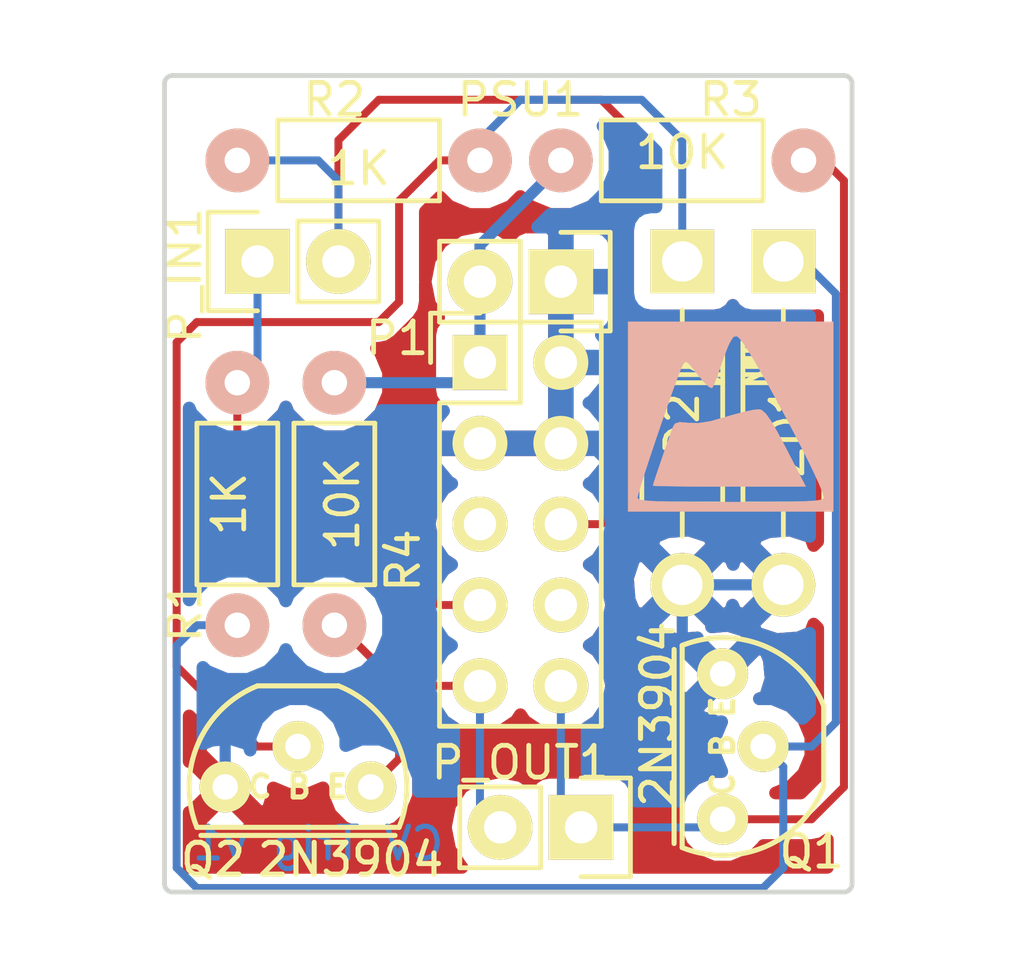
<source format=kicad_pcb>
(kicad_pcb (version 4) (host pcbnew 4.0.2-stable)

  (general
    (links 24)
    (no_connects 0)
    (area 152.578999 84.252999 174.319001 110.057001)
    (thickness 1.6)
    (drawings 9)
    (tracks 84)
    (zones 0)
    (modules 13)
    (nets 11)
  )

  (page A4)
  (title_block
    (title CVTriggerX2)
    (date 19/8/2017)
    (rev 1)
    (company "ALPES MACHINES")
    (comment 1 "designed by Julien Voirin")
  )

  (layers
    (0 F.Cu signal)
    (31 B.Cu signal)
    (32 B.Adhes user)
    (33 F.Adhes user)
    (34 B.Paste user)
    (35 F.Paste user)
    (36 B.SilkS user)
    (37 F.SilkS user)
    (38 B.Mask user)
    (39 F.Mask user)
    (40 Dwgs.User user)
    (41 Cmts.User user)
    (42 Eco1.User user)
    (43 Eco2.User user)
    (44 Edge.Cuts user)
    (45 Margin user)
    (46 B.CrtYd user)
    (47 F.CrtYd user)
    (48 B.Fab user)
    (49 F.Fab user)
  )

  (setup
    (last_trace_width 0.25)
    (trace_clearance 0.2)
    (zone_clearance 0.5)
    (zone_45_only no)
    (trace_min 0.2)
    (segment_width 0.2)
    (edge_width 0.15)
    (via_size 0.6)
    (via_drill 0.4)
    (via_min_size 0.4)
    (via_min_drill 0.3)
    (uvia_size 0.3)
    (uvia_drill 0.1)
    (uvias_allowed no)
    (uvia_min_size 0.2)
    (uvia_min_drill 0.1)
    (pcb_text_width 0.3)
    (pcb_text_size 1.5 1.5)
    (mod_edge_width 0.15)
    (mod_text_size 1 1)
    (mod_text_width 0.15)
    (pad_size 1.99898 1.99898)
    (pad_drill 1.27)
    (pad_to_mask_clearance 0.2)
    (aux_axis_origin 0 0)
    (visible_elements FFFFFF7F)
    (pcbplotparams
      (layerselection 0x010f0_80000001)
      (usegerberextensions false)
      (excludeedgelayer true)
      (linewidth 0.152000)
      (plotframeref true)
      (viasonmask false)
      (mode 1)
      (useauxorigin false)
      (hpglpennumber 1)
      (hpglpenspeed 20)
      (hpglpendiameter 15)
      (hpglpenoverlay 2)
      (psnegative false)
      (psa4output false)
      (plotreference true)
      (plotvalue true)
      (plotinvisibletext false)
      (padsonsilk false)
      (subtractmaskfromsilk false)
      (outputformat 1)
      (mirror false)
      (drillshape 0)
      (scaleselection 1)
      (outputdirectory CVTrigger_Gerber/))
  )

  (net 0 "")
  (net 1 +5V)
  (net 2 GND)
  (net 3 "Net-(P1-Pad5)")
  (net 4 IN_2)
  (net 5 IN_1)
  (net 6 "Net-(P1-Pad8)")
  (net 7 OUT_2)
  (net 8 OUT_1)
  (net 9 "Net-(Q1-Pad2)")
  (net 10 "Net-(Q2-Pad2)")

  (net_class Default "Ceci est la Netclass par défaut"
    (clearance 0.2)
    (trace_width 0.25)
    (via_dia 0.6)
    (via_drill 0.4)
    (uvia_dia 0.3)
    (uvia_drill 0.1)
    (add_net IN_1)
    (add_net IN_2)
    (add_net "Net-(P1-Pad5)")
    (add_net "Net-(P1-Pad8)")
    (add_net "Net-(Q1-Pad2)")
    (add_net "Net-(Q2-Pad2)")
    (add_net OUT_1)
    (add_net OUT_2)
  )

  (net_class PSU ""
    (clearance 0.3)
    (trace_width 0.35)
    (via_dia 0.6)
    (via_drill 0.4)
    (uvia_dia 0.3)
    (uvia_drill 0.1)
    (add_net +5V)
    (add_net GND)
  )

  (module Pin_Headers:Pin_Header_Straight_2x05 placed (layer F.Cu) (tedit 5998493C) (tstamp 59983954)
    (at 162.56 93.345)
    (descr "Through hole pin header")
    (tags "pin header")
    (path /59983699)
    (fp_text reference P1 (at -2.6035 -0.762) (layer F.SilkS)
      (effects (font (size 1 1) (thickness 0.15)))
    )
    (fp_text value CONN_02X05 (at 1.27 -10.541) (layer F.Fab)
      (effects (font (size 1 1) (thickness 0.15)))
    )
    (fp_line (start -1.75 -1.75) (end -1.75 11.95) (layer F.CrtYd) (width 0.05))
    (fp_line (start 4.3 -1.75) (end 4.3 11.95) (layer F.CrtYd) (width 0.05))
    (fp_line (start -1.75 -1.75) (end 4.3 -1.75) (layer F.CrtYd) (width 0.05))
    (fp_line (start -1.75 11.95) (end 4.3 11.95) (layer F.CrtYd) (width 0.05))
    (fp_line (start 3.81 -1.27) (end 3.81 11.43) (layer F.SilkS) (width 0.15))
    (fp_line (start 3.81 11.43) (end -1.27 11.43) (layer F.SilkS) (width 0.15))
    (fp_line (start -1.27 11.43) (end -1.27 1.27) (layer F.SilkS) (width 0.15))
    (fp_line (start 3.81 -1.27) (end 1.27 -1.27) (layer F.SilkS) (width 0.15))
    (fp_line (start 0 -1.55) (end -1.55 -1.55) (layer F.SilkS) (width 0.15))
    (fp_line (start 1.27 -1.27) (end 1.27 1.27) (layer F.SilkS) (width 0.15))
    (fp_line (start 1.27 1.27) (end -1.27 1.27) (layer F.SilkS) (width 0.15))
    (fp_line (start -1.55 -1.55) (end -1.55 0) (layer F.SilkS) (width 0.15))
    (pad 1 thru_hole rect (at 0 0) (size 1.7272 1.7272) (drill 1.016) (layers *.Cu *.Mask F.SilkS)
      (net 1 +5V))
    (pad 2 thru_hole oval (at 2.54 0) (size 1.7272 1.7272) (drill 1.016) (layers *.Cu *.Mask F.SilkS)
      (net 2 GND))
    (pad 3 thru_hole oval (at 0 2.54) (size 1.7272 1.7272) (drill 1.016) (layers *.Cu *.Mask F.SilkS)
      (net 2 GND))
    (pad 4 thru_hole oval (at 2.54 2.54) (size 1.7272 1.7272) (drill 1.016) (layers *.Cu *.Mask F.SilkS)
      (net 2 GND))
    (pad 5 thru_hole oval (at 0 5.08) (size 1.7272 1.7272) (drill 1.016) (layers *.Cu *.Mask F.SilkS)
      (net 3 "Net-(P1-Pad5)"))
    (pad 6 thru_hole oval (at 2.54 5.08) (size 1.7272 1.7272) (drill 1.016) (layers *.Cu *.Mask F.SilkS)
      (net 4 IN_2))
    (pad 7 thru_hole oval (at 0 7.62) (size 1.7272 1.7272) (drill 1.016) (layers *.Cu *.Mask F.SilkS)
      (net 5 IN_1))
    (pad 8 thru_hole oval (at 2.54 7.62) (size 1.7272 1.7272) (drill 1.016) (layers *.Cu *.Mask F.SilkS)
      (net 6 "Net-(P1-Pad8)"))
    (pad 9 thru_hole oval (at 0 10.16) (size 1.7272 1.7272) (drill 1.016) (layers *.Cu *.Mask F.SilkS)
      (net 7 OUT_2))
    (pad 10 thru_hole oval (at 2.54 10.16) (size 1.7272 1.7272) (drill 1.016) (layers *.Cu *.Mask F.SilkS)
      (net 8 OUT_1))
    (model Pin_Headers.3dshapes/Pin_Header_Straight_2x05.wrl
      (at (xyz 0.05 -0.2 0))
      (scale (xyz 1 1 1))
      (rotate (xyz 0 0 90))
    )
  )

  (module Pin_Headers:Pin_Header_Straight_1x02 placed (layer F.Cu) (tedit 5998441C) (tstamp 5998395A)
    (at 165.1 90.805 270)
    (descr "Through hole pin header")
    (tags "pin header")
    (path /59983C89)
    (fp_text reference PSU1 (at -5.715 1.27 360) (layer F.SilkS)
      (effects (font (size 1 1) (thickness 0.15)))
    )
    (fp_text value CONN_01X02 (at 0.254 -13.716 270) (layer F.Fab)
      (effects (font (size 1 1) (thickness 0.15)))
    )
    (fp_line (start 1.27 1.27) (end 1.27 3.81) (layer F.SilkS) (width 0.15))
    (fp_line (start 1.55 -1.55) (end 1.55 0) (layer F.SilkS) (width 0.15))
    (fp_line (start -1.75 -1.75) (end -1.75 4.3) (layer F.CrtYd) (width 0.05))
    (fp_line (start 1.75 -1.75) (end 1.75 4.3) (layer F.CrtYd) (width 0.05))
    (fp_line (start -1.75 -1.75) (end 1.75 -1.75) (layer F.CrtYd) (width 0.05))
    (fp_line (start -1.75 4.3) (end 1.75 4.3) (layer F.CrtYd) (width 0.05))
    (fp_line (start 1.27 1.27) (end -1.27 1.27) (layer F.SilkS) (width 0.15))
    (fp_line (start -1.55 0) (end -1.55 -1.55) (layer F.SilkS) (width 0.15))
    (fp_line (start -1.55 -1.55) (end 1.55 -1.55) (layer F.SilkS) (width 0.15))
    (fp_line (start -1.27 1.27) (end -1.27 3.81) (layer F.SilkS) (width 0.15))
    (fp_line (start -1.27 3.81) (end 1.27 3.81) (layer F.SilkS) (width 0.15))
    (pad 1 thru_hole rect (at 0 0 270) (size 2.032 2.032) (drill 1.016) (layers *.Cu *.Mask F.SilkS)
      (net 2 GND))
    (pad 2 thru_hole oval (at 0 2.54 270) (size 2.032 2.032) (drill 1.016) (layers *.Cu *.Mask F.SilkS)
      (net 1 +5V))
    (model Pin_Headers.3dshapes/Pin_Header_Straight_1x02.wrl
      (at (xyz 0 -0.05 0))
      (scale (xyz 1 1 1))
      (rotate (xyz 0 0 90))
    )
  )

  (module Pin_Headers:Pin_Header_Straight_1x02 placed (layer F.Cu) (tedit 5998492E) (tstamp 59983960)
    (at 155.575 90.17 90)
    (descr "Through hole pin header")
    (tags "pin header")
    (path /59983343)
    (fp_text reference P_IN1 (at -0.4445 -2.286 90) (layer F.SilkS)
      (effects (font (size 1 1) (thickness 0.15)))
    )
    (fp_text value CONN_01X02 (at 0 -7.239 90) (layer F.Fab)
      (effects (font (size 1 1) (thickness 0.15)))
    )
    (fp_line (start 1.27 1.27) (end 1.27 3.81) (layer F.SilkS) (width 0.15))
    (fp_line (start 1.55 -1.55) (end 1.55 0) (layer F.SilkS) (width 0.15))
    (fp_line (start -1.75 -1.75) (end -1.75 4.3) (layer F.CrtYd) (width 0.05))
    (fp_line (start 1.75 -1.75) (end 1.75 4.3) (layer F.CrtYd) (width 0.05))
    (fp_line (start -1.75 -1.75) (end 1.75 -1.75) (layer F.CrtYd) (width 0.05))
    (fp_line (start -1.75 4.3) (end 1.75 4.3) (layer F.CrtYd) (width 0.05))
    (fp_line (start 1.27 1.27) (end -1.27 1.27) (layer F.SilkS) (width 0.15))
    (fp_line (start -1.55 0) (end -1.55 -1.55) (layer F.SilkS) (width 0.15))
    (fp_line (start -1.55 -1.55) (end 1.55 -1.55) (layer F.SilkS) (width 0.15))
    (fp_line (start -1.27 1.27) (end -1.27 3.81) (layer F.SilkS) (width 0.15))
    (fp_line (start -1.27 3.81) (end 1.27 3.81) (layer F.SilkS) (width 0.15))
    (pad 1 thru_hole rect (at 0 0 90) (size 2.032 2.032) (drill 1.016) (layers *.Cu *.Mask F.SilkS)
      (net 5 IN_1))
    (pad 2 thru_hole oval (at 0 2.54 90) (size 2.032 2.032) (drill 1.016) (layers *.Cu *.Mask F.SilkS)
      (net 4 IN_2))
    (model Pin_Headers.3dshapes/Pin_Header_Straight_1x02.wrl
      (at (xyz 0 -0.05 0))
      (scale (xyz 1 1 1))
      (rotate (xyz 0 0 90))
    )
  )

  (module Pin_Headers:Pin_Header_Straight_1x02 placed (layer F.Cu) (tedit 59984018) (tstamp 59983966)
    (at 165.735 107.95 270)
    (descr "Through hole pin header")
    (tags "pin header")
    (path /59983370)
    (fp_text reference P_OUT1 (at -2.032 1.905 360) (layer F.SilkS)
      (effects (font (size 1 1) (thickness 0.15)))
    )
    (fp_text value CONN_01X02 (at 3.81 1.651 360) (layer F.Fab)
      (effects (font (size 1 1) (thickness 0.15)))
    )
    (fp_line (start 1.27 1.27) (end 1.27 3.81) (layer F.SilkS) (width 0.15))
    (fp_line (start 1.55 -1.55) (end 1.55 0) (layer F.SilkS) (width 0.15))
    (fp_line (start -1.75 -1.75) (end -1.75 4.3) (layer F.CrtYd) (width 0.05))
    (fp_line (start 1.75 -1.75) (end 1.75 4.3) (layer F.CrtYd) (width 0.05))
    (fp_line (start -1.75 -1.75) (end 1.75 -1.75) (layer F.CrtYd) (width 0.05))
    (fp_line (start -1.75 4.3) (end 1.75 4.3) (layer F.CrtYd) (width 0.05))
    (fp_line (start 1.27 1.27) (end -1.27 1.27) (layer F.SilkS) (width 0.15))
    (fp_line (start -1.55 0) (end -1.55 -1.55) (layer F.SilkS) (width 0.15))
    (fp_line (start -1.55 -1.55) (end 1.55 -1.55) (layer F.SilkS) (width 0.15))
    (fp_line (start -1.27 1.27) (end -1.27 3.81) (layer F.SilkS) (width 0.15))
    (fp_line (start -1.27 3.81) (end 1.27 3.81) (layer F.SilkS) (width 0.15))
    (pad 1 thru_hole rect (at 0 0 270) (size 2.032 2.032) (drill 1.016) (layers *.Cu *.Mask F.SilkS)
      (net 8 OUT_1))
    (pad 2 thru_hole oval (at 0 2.54 270) (size 2.032 2.032) (drill 1.016) (layers *.Cu *.Mask F.SilkS)
      (net 7 OUT_2))
    (model Pin_Headers.3dshapes/Pin_Header_Straight_1x02.wrl
      (at (xyz 0 -0.05 0))
      (scale (xyz 1 1 1))
      (rotate (xyz 0 0 90))
    )
  )

  (module Alpes_Machines:Transistor_NPN placed (layer F.Cu) (tedit 5998442A) (tstamp 5998396D)
    (at 168.91 105.41 90)
    (path /59983462)
    (fp_text reference Q1 (at -3.302 4.064 180) (layer F.SilkS)
      (effects (font (size 1 1) (thickness 0.16)))
    )
    (fp_text value 2N3904 (at 1.016 -0.762 90) (layer F.SilkS)
      (effects (font (size 1 1) (thickness 0.16)))
    )
    (fp_line (start -3.048 -0.254) (end 3.048 -0.254) (layer F.SilkS) (width 0.16))
    (fp_text user "C B E" (at 0 1.27 90) (layer F.SilkS)
      (effects (font (size 0.7 0.7) (thickness 0.16)))
    )
    (fp_line (start -1.27 4.445) (end 1.27 4.445) (layer F.SilkS) (width 0.16))
    (fp_line (start -3.175 0) (end 3.175 0) (layer F.SilkS) (width 0.16))
    (fp_arc (start 0 1.27) (end 3.175 0) (angle 90) (layer F.SilkS) (width 0.16))
    (fp_arc (start 0 1.27) (end -1.27 4.445) (angle 90) (layer F.SilkS) (width 0.16))
    (pad 1 thru_hole circle (at -2.286 1.27 90) (size 1.6 1.6) (drill 0.8) (layers *.Cu *.Mask F.SilkS)
      (net 8 OUT_1))
    (pad 2 thru_hole circle (at 0 2.54 90) (size 1.6 1.6) (drill 0.8) (layers *.Cu *.Mask F.SilkS)
      (net 9 "Net-(Q1-Pad2)"))
    (pad 3 thru_hole circle (at 2.286 1.27 90) (size 1.6 1.6) (drill 0.8) (layers *.Cu *.Mask F.SilkS)
      (net 2 GND))
  )

  (module Alpes_Machines:Transistor_NPN placed (layer F.Cu) (tedit 599840EB) (tstamp 59983974)
    (at 156.845 107.95 180)
    (path /599834B8)
    (fp_text reference Q2 (at 2.667 -1.016 180) (layer F.SilkS)
      (effects (font (size 1 1) (thickness 0.16)))
    )
    (fp_text value 2N3904 (at -1.651 -1.016 180) (layer F.SilkS)
      (effects (font (size 1 1) (thickness 0.16)))
    )
    (fp_line (start -3.048 -0.254) (end 3.048 -0.254) (layer F.SilkS) (width 0.16))
    (fp_text user "C B E" (at 0 1.27 180) (layer F.SilkS)
      (effects (font (size 0.7 0.7) (thickness 0.16)))
    )
    (fp_line (start -1.27 4.445) (end 1.27 4.445) (layer F.SilkS) (width 0.16))
    (fp_line (start -3.175 0) (end 3.175 0) (layer F.SilkS) (width 0.16))
    (fp_arc (start 0 1.27) (end 3.175 0) (angle 90) (layer F.SilkS) (width 0.16))
    (fp_arc (start 0 1.27) (end -1.27 4.445) (angle 90) (layer F.SilkS) (width 0.16))
    (pad 1 thru_hole circle (at -2.286 1.27 180) (size 1.6 1.6) (drill 0.8) (layers *.Cu *.Mask F.SilkS)
      (net 7 OUT_2))
    (pad 2 thru_hole circle (at 0 2.54 180) (size 1.6 1.6) (drill 0.8) (layers *.Cu *.Mask F.SilkS)
      (net 10 "Net-(Q2-Pad2)"))
    (pad 3 thru_hole circle (at 2.286 1.27 180) (size 1.6 1.6) (drill 0.8) (layers *.Cu *.Mask F.SilkS)
      (net 2 GND))
  )

  (module Alpes_Machines:Resistor_Horizontal_RM7mm placed (layer F.Cu) (tedit 5998491A) (tstamp 5998397A)
    (at 154.94 101.6 90)
    (descr "Resistor, Axial,  RM 7.62mm, 1/3W,")
    (tags "Resistor Axial RM 7.62mm 1/3W R3")
    (path /599833AB)
    (fp_text reference R1 (at 0.4445 -1.651 90) (layer F.SilkS)
      (effects (font (size 1 1) (thickness 0.15)))
    )
    (fp_text value 1K (at 3.81 -0.254 90) (layer F.SilkS)
      (effects (font (size 1 1) (thickness 0.15)))
    )
    (fp_line (start -1.25 -1.5) (end 8.85 -1.5) (layer F.CrtYd) (width 0.05))
    (fp_line (start -1.25 1.5) (end -1.25 -1.5) (layer F.CrtYd) (width 0.05))
    (fp_line (start 8.85 -1.5) (end 8.85 1.5) (layer F.CrtYd) (width 0.05))
    (fp_line (start -1.25 1.5) (end 8.85 1.5) (layer F.CrtYd) (width 0.05))
    (fp_line (start 1.27 -1.27) (end 6.35 -1.27) (layer F.SilkS) (width 0.15))
    (fp_line (start 6.35 -1.27) (end 6.35 1.27) (layer F.SilkS) (width 0.15))
    (fp_line (start 6.35 1.27) (end 1.27 1.27) (layer F.SilkS) (width 0.15))
    (fp_line (start 1.27 1.27) (end 1.27 -1.27) (layer F.SilkS) (width 0.15))
    (pad 1 thru_hole circle (at 0 0 90) (size 1.99898 1.99898) (drill 0.8) (layers *.Cu *.SilkS *.Mask)
      (net 9 "Net-(Q1-Pad2)"))
    (pad 2 thru_hole circle (at 7.62 0 90) (size 1.99898 1.99898) (drill 0.8) (layers *.Cu *.SilkS *.Mask)
      (net 5 IN_1))
  )

  (module Alpes_Machines:Resistor_Horizontal_RM7mm placed (layer F.Cu) (tedit 599840CE) (tstamp 59983980)
    (at 162.56 86.995 180)
    (descr "Resistor, Axial,  RM 7.62mm, 1/3W,")
    (tags "Resistor Axial RM 7.62mm 1/3W R3")
    (path /5998343A)
    (fp_text reference R2 (at 4.572 1.905 180) (layer F.SilkS)
      (effects (font (size 1 1) (thickness 0.15)))
    )
    (fp_text value 1K (at 3.81 -0.254 180) (layer F.SilkS)
      (effects (font (size 1 1) (thickness 0.15)))
    )
    (fp_line (start -1.25 -1.5) (end 8.85 -1.5) (layer F.CrtYd) (width 0.05))
    (fp_line (start -1.25 1.5) (end -1.25 -1.5) (layer F.CrtYd) (width 0.05))
    (fp_line (start 8.85 -1.5) (end 8.85 1.5) (layer F.CrtYd) (width 0.05))
    (fp_line (start -1.25 1.5) (end 8.85 1.5) (layer F.CrtYd) (width 0.05))
    (fp_line (start 1.27 -1.27) (end 6.35 -1.27) (layer F.SilkS) (width 0.15))
    (fp_line (start 6.35 -1.27) (end 6.35 1.27) (layer F.SilkS) (width 0.15))
    (fp_line (start 6.35 1.27) (end 1.27 1.27) (layer F.SilkS) (width 0.15))
    (fp_line (start 1.27 1.27) (end 1.27 -1.27) (layer F.SilkS) (width 0.15))
    (pad 1 thru_hole circle (at 0 0 180) (size 1.99898 1.99898) (drill 0.8) (layers *.Cu *.SilkS *.Mask)
      (net 10 "Net-(Q2-Pad2)"))
    (pad 2 thru_hole circle (at 7.62 0 180) (size 1.99898 1.99898) (drill 0.8) (layers *.Cu *.SilkS *.Mask)
      (net 4 IN_2))
  )

  (module Alpes_Machines:Resistor_Horizontal_RM7mm placed (layer F.Cu) (tedit 599840D1) (tstamp 59983986)
    (at 165.1 86.995)
    (descr "Resistor, Axial,  RM 7.62mm, 1/3W,")
    (tags "Resistor Axial RM 7.62mm 1/3W R3")
    (path /599833D9)
    (fp_text reference R3 (at 5.334 -1.905) (layer F.SilkS)
      (effects (font (size 1 1) (thickness 0.15)))
    )
    (fp_text value 10K (at 3.81 -0.254) (layer F.SilkS)
      (effects (font (size 1 1) (thickness 0.15)))
    )
    (fp_line (start -1.25 -1.5) (end 8.85 -1.5) (layer F.CrtYd) (width 0.05))
    (fp_line (start -1.25 1.5) (end -1.25 -1.5) (layer F.CrtYd) (width 0.05))
    (fp_line (start 8.85 -1.5) (end 8.85 1.5) (layer F.CrtYd) (width 0.05))
    (fp_line (start -1.25 1.5) (end 8.85 1.5) (layer F.CrtYd) (width 0.05))
    (fp_line (start 1.27 -1.27) (end 6.35 -1.27) (layer F.SilkS) (width 0.15))
    (fp_line (start 6.35 -1.27) (end 6.35 1.27) (layer F.SilkS) (width 0.15))
    (fp_line (start 6.35 1.27) (end 1.27 1.27) (layer F.SilkS) (width 0.15))
    (fp_line (start 1.27 1.27) (end 1.27 -1.27) (layer F.SilkS) (width 0.15))
    (pad 1 thru_hole circle (at 0 0) (size 1.99898 1.99898) (drill 0.8) (layers *.Cu *.SilkS *.Mask)
      (net 1 +5V))
    (pad 2 thru_hole circle (at 7.62 0) (size 1.99898 1.99898) (drill 0.8) (layers *.Cu *.SilkS *.Mask)
      (net 8 OUT_1))
  )

  (module Alpes_Machines:Resistor_Horizontal_RM7mm placed (layer F.Cu) (tedit 599840C3) (tstamp 5998398C)
    (at 157.988 93.98 270)
    (descr "Resistor, Axial,  RM 7.62mm, 1/3W,")
    (tags "Resistor Axial RM 7.62mm 1/3W R3")
    (path /59983403)
    (fp_text reference R4 (at 5.588 -2.159 270) (layer F.SilkS)
      (effects (font (size 1 1) (thickness 0.15)))
    )
    (fp_text value 10K (at 3.81 -0.254 270) (layer F.SilkS)
      (effects (font (size 1 1) (thickness 0.15)))
    )
    (fp_line (start -1.25 -1.5) (end 8.85 -1.5) (layer F.CrtYd) (width 0.05))
    (fp_line (start -1.25 1.5) (end -1.25 -1.5) (layer F.CrtYd) (width 0.05))
    (fp_line (start 8.85 -1.5) (end 8.85 1.5) (layer F.CrtYd) (width 0.05))
    (fp_line (start -1.25 1.5) (end 8.85 1.5) (layer F.CrtYd) (width 0.05))
    (fp_line (start 1.27 -1.27) (end 6.35 -1.27) (layer F.SilkS) (width 0.15))
    (fp_line (start 6.35 -1.27) (end 6.35 1.27) (layer F.SilkS) (width 0.15))
    (fp_line (start 6.35 1.27) (end 1.27 1.27) (layer F.SilkS) (width 0.15))
    (fp_line (start 1.27 1.27) (end 1.27 -1.27) (layer F.SilkS) (width 0.15))
    (pad 1 thru_hole circle (at 0 0 270) (size 1.99898 1.99898) (drill 0.8) (layers *.Cu *.SilkS *.Mask)
      (net 1 +5V))
    (pad 2 thru_hole circle (at 7.62 0 270) (size 1.99898 1.99898) (drill 0.8) (layers *.Cu *.SilkS *.Mask)
      (net 7 OUT_2))
  )

  (module Diodes_ThroughHole:Diode_DO-41_SOD81_Horizontal_RM10 placed (layer F.Cu) (tedit 59984A03) (tstamp 59983992)
    (at 172.085 90.17 270)
    (descr "Diode, DO-41, SOD81, Horizontal, RM 10mm,")
    (tags "Diode, DO-41, SOD81, Horizontal, RM 10mm, 1N4007, SB140,")
    (path /599834E4)
    (fp_text reference ZD1 (at 5.334 -0.127 270) (layer F.SilkS)
      (effects (font (size 1 1) (thickness 0.15)))
    )
    (fp_text value "ZENER 5.1V" (at 4.37134 -3.55854 270) (layer F.Fab)
      (effects (font (size 1 1) (thickness 0.15)))
    )
    (fp_line (start 7.62 -0.00254) (end 8.636 -0.00254) (layer F.SilkS) (width 0.15))
    (fp_line (start 2.794 -0.00254) (end 1.524 -0.00254) (layer F.SilkS) (width 0.15))
    (fp_line (start 3.048 -1.27254) (end 3.048 1.26746) (layer F.SilkS) (width 0.15))
    (fp_line (start 3.302 -1.27254) (end 3.302 1.26746) (layer F.SilkS) (width 0.15))
    (fp_line (start 3.556 -1.27254) (end 3.556 1.26746) (layer F.SilkS) (width 0.15))
    (fp_line (start 2.794 -1.27254) (end 2.794 1.26746) (layer F.SilkS) (width 0.15))
    (fp_line (start 3.81 -1.27254) (end 2.54 1.26746) (layer F.SilkS) (width 0.15))
    (fp_line (start 2.54 -1.27254) (end 3.81 1.26746) (layer F.SilkS) (width 0.15))
    (fp_line (start 3.81 -1.27254) (end 3.81 1.26746) (layer F.SilkS) (width 0.15))
    (fp_line (start 3.175 -1.27254) (end 3.175 1.26746) (layer F.SilkS) (width 0.15))
    (fp_line (start 2.54 1.26746) (end 2.54 -1.27254) (layer F.SilkS) (width 0.15))
    (fp_line (start 2.54 -1.27254) (end 7.62 -1.27254) (layer F.SilkS) (width 0.15))
    (fp_line (start 7.62 -1.27254) (end 7.62 1.26746) (layer F.SilkS) (width 0.15))
    (fp_line (start 7.62 1.26746) (end 2.54 1.26746) (layer F.SilkS) (width 0.15))
    (pad 2 thru_hole circle (at 10.16 -0.00254 90) (size 1.99898 1.99898) (drill 1.27) (layers *.Cu *.Mask F.SilkS)
      (net 2 GND))
    (pad 1 thru_hole rect (at 0 -0.00254 90) (size 1.99898 1.99898) (drill 1.27) (layers *.Cu *.Mask F.SilkS)
      (net 9 "Net-(Q1-Pad2)"))
  )

  (module Diodes_ThroughHole:Diode_DO-41_SOD81_Horizontal_RM10 placed (layer F.Cu) (tedit 599849FC) (tstamp 59983998)
    (at 168.91 90.17 270)
    (descr "Diode, DO-41, SOD81, Horizontal, RM 10mm,")
    (tags "Diode, DO-41, SOD81, Horizontal, RM 10mm, 1N4007, SB140,")
    (path /59983525)
    (fp_text reference ZD2 (at 5.588 0 270) (layer F.SilkS)
      (effects (font (size 1 1) (thickness 0.15)))
    )
    (fp_text value "ZENER 5.1V" (at 4.572 -8.128 270) (layer F.Fab)
      (effects (font (size 1 1) (thickness 0.15)))
    )
    (fp_line (start 7.62 -0.00254) (end 8.636 -0.00254) (layer F.SilkS) (width 0.15))
    (fp_line (start 2.794 -0.00254) (end 1.524 -0.00254) (layer F.SilkS) (width 0.15))
    (fp_line (start 3.048 -1.27254) (end 3.048 1.26746) (layer F.SilkS) (width 0.15))
    (fp_line (start 3.302 -1.27254) (end 3.302 1.26746) (layer F.SilkS) (width 0.15))
    (fp_line (start 3.556 -1.27254) (end 3.556 1.26746) (layer F.SilkS) (width 0.15))
    (fp_line (start 2.794 -1.27254) (end 2.794 1.26746) (layer F.SilkS) (width 0.15))
    (fp_line (start 3.81 -1.27254) (end 2.54 1.26746) (layer F.SilkS) (width 0.15))
    (fp_line (start 2.54 -1.27254) (end 3.81 1.26746) (layer F.SilkS) (width 0.15))
    (fp_line (start 3.81 -1.27254) (end 3.81 1.26746) (layer F.SilkS) (width 0.15))
    (fp_line (start 3.175 -1.27254) (end 3.175 1.26746) (layer F.SilkS) (width 0.15))
    (fp_line (start 2.54 1.26746) (end 2.54 -1.27254) (layer F.SilkS) (width 0.15))
    (fp_line (start 2.54 -1.27254) (end 7.62 -1.27254) (layer F.SilkS) (width 0.15))
    (fp_line (start 7.62 -1.27254) (end 7.62 1.26746) (layer F.SilkS) (width 0.15))
    (fp_line (start 7.62 1.26746) (end 2.54 1.26746) (layer F.SilkS) (width 0.15))
    (pad 2 thru_hole circle (at 10.16 -0.00254 90) (size 1.99898 1.99898) (drill 1.27) (layers *.Cu *.Mask F.SilkS)
      (net 2 GND))
    (pad 1 thru_hole rect (at 0 -0.00254 90) (size 1.99898 1.99898) (drill 1.27) (layers *.Cu *.Mask F.SilkS)
      (net 10 "Net-(Q2-Pad2)"))
  )

  (module Alpes_Machines:LOGO_AM_Micro (layer B.Cu) (tedit 573D3D84) (tstamp 599847C1)
    (at 170.434 94.996 180)
    (fp_text reference " " (at 0 -4.445 180) (layer B.SilkS) hide
      (effects (font (thickness 0.3)) (justify mirror))
    )
    (fp_text value " " (at 0 4.445 180) (layer B.SilkS) hide
      (effects (font (thickness 0.3)) (justify mirror))
    )
    (fp_poly (pts (xy 3.223846 -3.028461) (xy -3.223846 -3.028461) (xy -3.223846 -2.599708) (xy -2.930769 -2.599708)
      (xy -2.902709 -2.639149) (xy -2.805959 -2.670418) (xy -2.62167 -2.694388) (xy -2.330989 -2.711932)
      (xy -1.915065 -2.723922) (xy -1.355047 -2.731231) (xy -0.632084 -2.734732) (xy 0 -2.735385)
      (xy 0.851857 -2.734088) (xy 1.527207 -2.729617) (xy 2.044911 -2.721098) (xy 2.423832 -2.707655)
      (xy 2.682834 -2.688416) (xy 2.84078 -2.662506) (xy 2.916532 -2.629051) (xy 2.930769 -2.599596)
      (xy 2.899946 -2.466328) (xy 2.815122 -2.182757) (xy 2.687767 -1.782669) (xy 2.529349 -1.299851)
      (xy 2.351338 -0.768087) (xy 2.165202 -0.221166) (xy 1.982412 0.307128) (xy 1.814434 0.783008)
      (xy 1.67274 1.172688) (xy 1.568797 1.442381) (xy 1.525576 1.539912) (xy 1.457144 1.651792)
      (xy 1.387081 1.671505) (xy 1.280196 1.579516) (xy 1.1013 1.356291) (xy 1.032388 1.266135)
      (xy 0.82897 1.023813) (xy 0.666418 0.874478) (xy 0.583747 0.849685) (xy 0.516882 0.979997)
      (xy 0.418729 1.234512) (xy 0.340696 1.465385) (xy 0.218626 1.818759) (xy 0.093088 2.138596)
      (xy 0.029527 2.278259) (xy -0.082971 2.458198) (xy -0.183653 2.480455) (xy -0.257829 2.431022)
      (xy -0.383895 2.277526) (xy -0.578173 1.980332) (xy -0.825471 1.568031) (xy -1.1106 1.069214)
      (xy -1.418367 0.512472) (xy -1.733582 -0.073603) (xy -2.041055 -0.660422) (xy -2.325593 -1.219394)
      (xy -2.572006 -1.721926) (xy -2.765103 -2.139429) (xy -2.889693 -2.443312) (xy -2.930769 -2.599708)
      (xy -3.223846 -2.599708) (xy -3.223846 2.930769) (xy 3.223846 2.930769) (xy 3.223846 -3.028461)) (layer B.SilkS) (width 0.01))
    (fp_poly (pts (xy -0.720917 0.16229) (xy -0.405501 0.096542) (xy -0.020799 -0.007489) (xy 0.116422 -0.049597)
      (xy 0.627724 -0.193424) (xy 1.01507 -0.256595) (xy 1.328552 -0.247245) (xy 1.331214 -0.246852)
      (xy 1.601629 -0.223404) (xy 1.743933 -0.267939) (xy 1.80569 -0.362168) (xy 1.867969 -0.528645)
      (xy 1.967742 -0.809215) (xy 2.088236 -1.155022) (xy 2.212676 -1.51721) (xy 2.324289 -1.846922)
      (xy 2.406301 -2.095303) (xy 2.441939 -2.213497) (xy 2.442308 -2.216403) (xy 2.349014 -2.224816)
      (xy 2.086729 -2.232342) (xy 1.681844 -2.238644) (xy 1.160752 -2.243386) (xy 0.549844 -2.246233)
      (xy 0.043103 -2.246923) (xy -2.356102 -2.246923) (xy -1.739782 -1.050192) (xy -1.469327 -0.538723)
      (xy -1.26255 -0.183042) (xy -1.103986 0.039701) (xy -0.978174 0.152357) (xy -0.909347 0.17701)
      (xy -0.720917 0.16229)) (layer B.SilkS) (width 0.01))
  )

  (gr_text "CV Trig v1" (at 157.48 108.458) (layer B.Cu)
    (effects (font (size 1 1) (thickness 0.16)) (justify mirror))
  )
  (gr_line (start 174.244 84.582) (end 174.244 109.728) (angle 90) (layer Edge.Cuts) (width 0.15))
  (gr_line (start 152.908 84.328) (end 173.99 84.328) (angle 90) (layer Edge.Cuts) (width 0.15))
  (gr_line (start 152.654 109.728) (end 152.654 84.582) (angle 90) (layer Edge.Cuts) (width 0.15))
  (gr_line (start 173.99 109.982) (end 152.908 109.982) (angle 90) (layer Edge.Cuts) (width 0.15))
  (gr_arc (start 173.99 109.728) (end 174.244 109.728) (angle 90) (layer Edge.Cuts) (width 0.15))
  (gr_arc (start 173.99 84.582) (end 173.99 84.328) (angle 90) (layer Edge.Cuts) (width 0.15))
  (gr_arc (start 152.908 84.582) (end 152.654 84.582) (angle 90) (layer Edge.Cuts) (width 0.15))
  (gr_arc (start 152.908 109.728) (end 152.908 109.982) (angle 90) (layer Edge.Cuts) (width 0.15))

  (segment (start 162.56 90.17) (end 162.56 93.345) (width 0.35) (layer B.Cu) (net 1))
  (segment (start 158.115 93.98) (end 161.925 93.98) (width 0.35) (layer B.Cu) (net 1))
  (segment (start 161.925 93.98) (end 162.56 93.345) (width 0.35) (layer B.Cu) (net 1) (tstamp 59983D4C))
  (segment (start 165.1 86.995) (end 165.1 87.122) (width 0.35) (layer B.Cu) (net 1))
  (segment (start 165.1 87.122) (end 162.56 89.662) (width 0.35) (layer B.Cu) (net 1) (tstamp 59983CD1))
  (segment (start 162.56 89.662) (end 162.56 90.17) (width 0.35) (layer B.Cu) (net 1) (tstamp 59983CD4))
  (segment (start 165.1 95.885) (end 165.989 95.885) (width 0.35) (layer B.Cu) (net 2))
  (segment (start 167.386 98.80346) (end 168.91254 100.33) (width 0.35) (layer B.Cu) (net 2) (tstamp 5998477A))
  (segment (start 167.386 97.282) (end 167.386 98.80346) (width 0.35) (layer B.Cu) (net 2) (tstamp 59984778))
  (segment (start 165.989 95.885) (end 167.386 97.282) (width 0.35) (layer B.Cu) (net 2) (tstamp 59984776))
  (segment (start 162.56 95.885) (end 160.655 95.885) (width 0.35) (layer B.Cu) (net 2))
  (segment (start 154.559 103.886) (end 154.559 106.68) (width 0.35) (layer B.Cu) (net 2) (tstamp 59983DED))
  (segment (start 154.94 103.505) (end 154.559 103.886) (width 0.35) (layer B.Cu) (net 2) (tstamp 59983DEC))
  (segment (start 159.385 103.505) (end 154.94 103.505) (width 0.35) (layer B.Cu) (net 2) (tstamp 59983DEA))
  (segment (start 160.02 102.87) (end 159.385 103.505) (width 0.35) (layer B.Cu) (net 2) (tstamp 59983DE8))
  (segment (start 160.02 96.52) (end 160.02 102.87) (width 0.35) (layer B.Cu) (net 2) (tstamp 59983DE6))
  (segment (start 160.655 95.885) (end 160.02 96.52) (width 0.35) (layer B.Cu) (net 2) (tstamp 59983DE4))
  (segment (start 168.91254 100.33) (end 168.91254 102.36454) (width 0.35) (layer B.Cu) (net 2))
  (segment (start 168.91254 102.36454) (end 169.672 103.124) (width 0.35) (layer B.Cu) (net 2) (tstamp 59983CE5))
  (segment (start 169.672 103.124) (end 170.18 103.124) (width 0.35) (layer B.Cu) (net 2) (tstamp 59983CE6))
  (segment (start 165.1 90.17) (end 165.1 93.345) (width 0.35) (layer B.Cu) (net 2))
  (segment (start 165.1 93.345) (end 165.1 95.885) (width 0.35) (layer B.Cu) (net 2) (tstamp 59983CD8))
  (segment (start 165.1 95.885) (end 162.56 95.885) (width 0.35) (layer B.Cu) (net 2) (tstamp 59983CD9))
  (segment (start 168.91254 100.33) (end 172.08754 100.33) (width 0.35) (layer B.Cu) (net 2))
  (segment (start 158.115 90.17) (end 158.115 86.36) (width 0.25) (layer F.Cu) (net 4))
  (segment (start 166.37 98.425) (end 165.1 98.425) (width 0.25) (layer F.Cu) (net 4) (tstamp 59983E35))
  (segment (start 167.005 97.79) (end 166.37 98.425) (width 0.25) (layer F.Cu) (net 4) (tstamp 59983E34))
  (segment (start 167.005 85.725) (end 167.005 97.79) (width 0.25) (layer F.Cu) (net 4) (tstamp 59983E32))
  (segment (start 166.37 85.09) (end 167.005 85.725) (width 0.25) (layer F.Cu) (net 4) (tstamp 59983E31))
  (segment (start 159.385 85.09) (end 166.37 85.09) (width 0.25) (layer F.Cu) (net 4) (tstamp 59983E2C))
  (segment (start 158.115 86.36) (end 159.385 85.09) (width 0.25) (layer F.Cu) (net 4) (tstamp 59983E28))
  (segment (start 154.94 86.995) (end 157.48 86.995) (width 0.25) (layer B.Cu) (net 4))
  (segment (start 158.115 87.63) (end 158.115 90.17) (width 0.25) (layer B.Cu) (net 4) (tstamp 59983D53))
  (segment (start 157.48 86.995) (end 158.115 87.63) (width 0.25) (layer B.Cu) (net 4) (tstamp 59983D52))
  (segment (start 154.94 93.98) (end 154.94 97.79) (width 0.25) (layer F.Cu) (net 5))
  (segment (start 161.29 100.965) (end 162.56 100.965) (width 0.25) (layer F.Cu) (net 5) (tstamp 59983E6B))
  (segment (start 159.385 99.06) (end 161.29 100.965) (width 0.25) (layer F.Cu) (net 5) (tstamp 59983E69))
  (segment (start 156.21 99.06) (end 159.385 99.06) (width 0.25) (layer F.Cu) (net 5) (tstamp 59983E67))
  (segment (start 154.94 97.79) (end 156.21 99.06) (width 0.25) (layer F.Cu) (net 5) (tstamp 59983E64))
  (segment (start 155.575 90.17) (end 155.575 93.345) (width 0.25) (layer B.Cu) (net 5))
  (segment (start 155.575 93.345) (end 154.94 93.98) (width 0.25) (layer B.Cu) (net 5) (tstamp 59983D4F))
  (segment (start 160.02 103.505) (end 160.02 105.791) (width 0.25) (layer F.Cu) (net 7))
  (segment (start 160.02 105.791) (end 159.131 106.68) (width 0.25) (layer F.Cu) (net 7) (tstamp 59983E56))
  (segment (start 158.115 101.6) (end 160.02 103.505) (width 0.25) (layer F.Cu) (net 7))
  (segment (start 160.02 103.505) (end 162.56 103.505) (width 0.25) (layer F.Cu) (net 7) (tstamp 59983E4A))
  (segment (start 162.56 103.505) (end 162.56 106.68) (width 0.25) (layer B.Cu) (net 7))
  (segment (start 162.56 106.68) (end 162.56 107.315) (width 0.25) (layer B.Cu) (net 7) (tstamp 59983D00))
  (segment (start 162.56 107.315) (end 163.195 107.95) (width 0.25) (layer B.Cu) (net 7) (tstamp 59983CF0))
  (segment (start 172.72 86.995) (end 173.355 86.995) (width 0.25) (layer F.Cu) (net 8))
  (segment (start 173.355 86.995) (end 173.99 87.63) (width 0.25) (layer F.Cu) (net 8) (tstamp 59983E98))
  (segment (start 173.99 87.63) (end 173.99 106.68) (width 0.25) (layer F.Cu) (net 8) (tstamp 59983E9E))
  (segment (start 173.99 106.68) (end 172.974 107.696) (width 0.25) (layer F.Cu) (net 8) (tstamp 59983EA1))
  (segment (start 172.974 107.696) (end 170.18 107.696) (width 0.25) (layer F.Cu) (net 8) (tstamp 59983EA3))
  (segment (start 165.735 107.95) (end 169.926 107.95) (width 0.25) (layer B.Cu) (net 8))
  (segment (start 169.926 107.95) (end 170.18 107.696) (width 0.25) (layer B.Cu) (net 8) (tstamp 59983CF6))
  (segment (start 165.1 103.505) (end 165.1 107.315) (width 0.25) (layer B.Cu) (net 8))
  (segment (start 165.1 107.315) (end 165.735 107.95) (width 0.25) (layer B.Cu) (net 8) (tstamp 59983CF3))
  (segment (start 172.08754 90.17) (end 172.72 90.17) (width 0.25) (layer B.Cu) (net 9))
  (segment (start 172.72 90.17) (end 173.736 91.186) (width 0.25) (layer B.Cu) (net 9) (tstamp 59984721))
  (segment (start 173.736 91.186) (end 173.736 104.648) (width 0.25) (layer B.Cu) (net 9) (tstamp 59984728))
  (segment (start 173.736 104.648) (end 172.974 105.41) (width 0.25) (layer B.Cu) (net 9) (tstamp 59984734))
  (segment (start 172.974 105.41) (end 171.45 105.41) (width 0.25) (layer B.Cu) (net 9) (tstamp 59984737))
  (segment (start 154.94 101.6) (end 153.67 101.6) (width 0.25) (layer B.Cu) (net 9))
  (segment (start 172.085 106.045) (end 171.45 105.41) (width 0.25) (layer B.Cu) (net 9) (tstamp 59983D85))
  (segment (start 172.085 109.22) (end 172.085 106.045) (width 0.25) (layer B.Cu) (net 9) (tstamp 59983D83))
  (segment (start 171.45 109.855) (end 172.085 109.22) (width 0.25) (layer B.Cu) (net 9) (tstamp 59983D82))
  (segment (start 153.67 109.855) (end 171.45 109.855) (width 0.25) (layer B.Cu) (net 9) (tstamp 59983D7F))
  (segment (start 153.035 109.22) (end 153.67 109.855) (width 0.25) (layer B.Cu) (net 9) (tstamp 59983D7E))
  (segment (start 153.035 102.235) (end 153.035 109.22) (width 0.25) (layer B.Cu) (net 9) (tstamp 59983D7C))
  (segment (start 153.67 101.6) (end 153.035 102.235) (width 0.25) (layer B.Cu) (net 9) (tstamp 59983D7B))
  (segment (start 162.56 86.995) (end 161.29 86.995) (width 0.25) (layer F.Cu) (net 10))
  (segment (start 161.29 86.995) (end 160.02 88.265) (width 0.25) (layer F.Cu) (net 10))
  (segment (start 155.556572 105.41) (end 156.845 105.41) (width 0.25) (layer F.Cu) (net 10))
  (segment (start 160.02 88.265) (end 160.02 91.44) (width 0.25) (layer F.Cu) (net 10))
  (segment (start 160.02 91.44) (end 159.385 92.075) (width 0.25) (layer F.Cu) (net 10))
  (segment (start 153.035 92.71) (end 153.035 102.888428) (width 0.25) (layer F.Cu) (net 10))
  (segment (start 159.385 92.075) (end 153.67 92.075) (width 0.25) (layer F.Cu) (net 10))
  (segment (start 153.67 92.075) (end 153.035 92.71) (width 0.25) (layer F.Cu) (net 10))
  (segment (start 153.035 102.888428) (end 155.556572 105.41) (width 0.25) (layer F.Cu) (net 10))
  (segment (start 162.56 86.995) (end 162.56 86.36) (width 0.25) (layer B.Cu) (net 10))
  (segment (start 162.56 86.36) (end 163.83 85.09) (width 0.25) (layer B.Cu) (net 10) (tstamp 59983CB4))
  (segment (start 163.83 85.09) (end 167.64 85.09) (width 0.25) (layer B.Cu) (net 10) (tstamp 59983CB6))
  (segment (start 167.64 85.09) (end 168.91254 86.36254) (width 0.25) (layer B.Cu) (net 10) (tstamp 59983CB9))
  (segment (start 168.91254 86.36254) (end 168.91254 90.17) (width 0.25) (layer B.Cu) (net 10) (tstamp 59983CBB))

  (zone (net 2) (net_name GND) (layer B.Cu) (tstamp 59983ECE) (hatch edge 0.508)
    (connect_pads (clearance 0.5))
    (min_thickness 0.4)
    (fill yes (arc_segments 16) (thermal_gap 0.5) (thermal_bridge_width 0.8))
    (polygon
      (pts
        (xy 174.244 84.582) (xy 174.244 109.728) (xy 173.99 109.982) (xy 153.162 109.982) (xy 152.908 109.728)
        (xy 152.908 84.836) (xy 153.416 84.328) (xy 173.99 84.328) (xy 174.244 84.582)
      )
    )
    (filled_polygon
      (pts
        (xy 168.08754 86.704266) (xy 168.08754 88.456797) (xy 167.91305 88.456797) (xy 167.653646 88.505607) (xy 167.415399 88.658915)
        (xy 167.255568 88.892836) (xy 167.199337 89.17051) (xy 167.199337 91.16949) (xy 167.248147 91.428894) (xy 167.401455 91.667141)
        (xy 167.635376 91.826972) (xy 167.91305 91.883203) (xy 169.91203 91.883203) (xy 170.171434 91.834393) (xy 170.409681 91.681085)
        (xy 170.500189 91.548621) (xy 170.576455 91.667141) (xy 170.810376 91.826972) (xy 171.08805 91.883203) (xy 172.911 91.883203)
        (xy 172.911 98.811308) (xy 172.294874 98.609664) (xy 171.620747 98.661274) (xy 171.237645 98.81996) (xy 171.136557 99.096174)
        (xy 172.08754 100.047157) (xy 172.101682 100.033015) (xy 172.384525 100.315858) (xy 172.370383 100.33) (xy 172.384525 100.344142)
        (xy 172.101682 100.626985) (xy 172.08754 100.612843) (xy 171.136557 101.563826) (xy 171.237645 101.84004) (xy 171.880206 102.050336)
        (xy 172.554333 101.998726) (xy 172.911 101.85099) (xy 172.911 104.306274) (xy 172.689142 104.528132) (xy 172.300791 104.139103)
        (xy 171.749677 103.910261) (xy 171.335166 103.909899) (xy 171.524232 103.853428) (xy 171.701048 103.283489) (xy 171.646299 102.689268)
        (xy 171.524232 102.394572) (xy 171.268618 102.318224) (xy 170.462843 103.124) (xy 170.476985 103.138142) (xy 170.194142 103.420985)
        (xy 170.18 103.406843) (xy 169.374224 104.212618) (xy 169.450572 104.468232) (xy 170.020511 104.645048) (xy 170.148351 104.633269)
        (xy 169.950261 105.110323) (xy 169.94974 105.707059) (xy 170.151755 106.195975) (xy 169.882941 106.19574) (xy 169.331428 106.42362)
        (xy 168.909103 106.845209) (xy 168.792924 107.125) (xy 167.464713 107.125) (xy 167.464713 106.934) (xy 167.415903 106.674596)
        (xy 167.262595 106.436349) (xy 167.028674 106.276518) (xy 166.751 106.220287) (xy 165.925 106.220287) (xy 165.925 104.818613)
        (xy 166.236265 104.610632) (xy 166.575211 104.103364) (xy 166.694233 103.505) (xy 166.586724 102.964511) (xy 168.658952 102.964511)
        (xy 168.713701 103.558732) (xy 168.835768 103.853428) (xy 169.091382 103.929776) (xy 169.897157 103.124) (xy 169.091382 102.318224)
        (xy 168.835768 102.394572) (xy 168.658952 102.964511) (xy 166.586724 102.964511) (xy 166.575211 102.906636) (xy 166.236265 102.399368)
        (xy 165.990271 102.235) (xy 166.236265 102.070632) (xy 166.574902 101.563826) (xy 167.961557 101.563826) (xy 168.062645 101.84004)
        (xy 168.705206 102.050336) (xy 169.379333 101.998726) (xy 169.385997 101.995966) (xy 169.374224 102.035382) (xy 170.18 102.841157)
        (xy 170.985776 102.035382) (xy 170.909428 101.779768) (xy 170.339489 101.602952) (xy 169.832095 101.649701) (xy 169.863523 101.563826)
        (xy 168.91254 100.612843) (xy 167.961557 101.563826) (xy 166.574902 101.563826) (xy 166.575211 101.563364) (xy 166.694233 100.965)
        (xy 166.575211 100.366636) (xy 166.412196 100.122666) (xy 167.192204 100.122666) (xy 167.243814 100.796793) (xy 167.4025 101.179895)
        (xy 167.678714 101.280983) (xy 168.629697 100.33) (xy 169.195383 100.33) (xy 170.146366 101.280983) (xy 170.42258 101.179895)
        (xy 170.490958 100.970965) (xy 170.5775 101.179895) (xy 170.853714 101.280983) (xy 171.804697 100.33) (xy 170.853714 99.379017)
        (xy 170.5775 99.480105) (xy 170.509122 99.689035) (xy 170.42258 99.480105) (xy 170.146366 99.379017) (xy 169.195383 100.33)
        (xy 168.629697 100.33) (xy 167.678714 99.379017) (xy 167.4025 99.480105) (xy 167.192204 100.122666) (xy 166.412196 100.122666)
        (xy 166.236265 99.859368) (xy 165.990271 99.695) (xy 166.236265 99.530632) (xy 166.52656 99.096174) (xy 167.961557 99.096174)
        (xy 168.91254 100.047157) (xy 169.863523 99.096174) (xy 169.762435 98.81996) (xy 169.119874 98.609664) (xy 168.445747 98.661274)
        (xy 168.062645 98.81996) (xy 167.961557 99.096174) (xy 166.52656 99.096174) (xy 166.575211 99.023364) (xy 166.694233 98.425)
        (xy 166.575211 97.826636) (xy 166.236265 97.319368) (xy 165.986137 97.152238) (xy 166.080804 97.10275) (xy 166.472157 96.634717)
        (xy 166.600377 96.325129) (xy 166.474122 96.085) (xy 165.3 96.085) (xy 165.3 96.105) (xy 164.9 96.105)
        (xy 164.9 96.085) (xy 162.76 96.085) (xy 162.76 96.105) (xy 162.36 96.105) (xy 162.36 96.085)
        (xy 161.185878 96.085) (xy 161.059623 96.325129) (xy 161.187843 96.634717) (xy 161.579196 97.10275) (xy 161.673863 97.152238)
        (xy 161.423735 97.319368) (xy 161.084789 97.826636) (xy 160.965767 98.425) (xy 161.084789 99.023364) (xy 161.423735 99.530632)
        (xy 161.669729 99.695) (xy 161.423735 99.859368) (xy 161.084789 100.366636) (xy 160.965767 100.965) (xy 161.084789 101.563364)
        (xy 161.423735 102.070632) (xy 161.669729 102.235) (xy 161.423735 102.399368) (xy 161.084789 102.906636) (xy 160.965767 103.505)
        (xy 161.084789 104.103364) (xy 161.423735 104.610632) (xy 161.735 104.818613) (xy 161.735 106.818) (xy 160.63088 106.818)
        (xy 160.63126 106.382941) (xy 160.40338 105.831428) (xy 159.981791 105.409103) (xy 159.430677 105.180261) (xy 158.833941 105.17974)
        (xy 158.345025 105.381755) (xy 158.34526 105.112941) (xy 158.11738 104.561428) (xy 157.695791 104.139103) (xy 157.144677 103.910261)
        (xy 156.547941 103.90974) (xy 155.996428 104.13762) (xy 155.574103 104.559209) (xy 155.345261 105.110323) (xy 155.344899 105.524834)
        (xy 155.288428 105.335768) (xy 154.718489 105.158952) (xy 154.124268 105.213701) (xy 153.86 105.323164) (xy 153.86 102.923655)
        (xy 153.976059 103.039917) (xy 154.600467 103.299194) (xy 155.276566 103.299784) (xy 155.901426 103.041598) (xy 156.379917 102.563941)
        (xy 156.463886 102.361721) (xy 156.546402 102.561426) (xy 157.024059 103.039917) (xy 157.648467 103.299194) (xy 158.324566 103.299784)
        (xy 158.949426 103.041598) (xy 159.427917 102.563941) (xy 159.687194 101.939533) (xy 159.687784 101.263434) (xy 159.429598 100.638574)
        (xy 158.951941 100.160083) (xy 158.327533 99.900806) (xy 157.651434 99.900216) (xy 157.026574 100.158402) (xy 156.548083 100.636059)
        (xy 156.464114 100.838279) (xy 156.381598 100.638574) (xy 155.903941 100.160083) (xy 155.279533 99.900806) (xy 154.603434 99.900216)
        (xy 153.978574 100.158402) (xy 153.500083 100.636059) (xy 153.429 100.807246) (xy 153.429 94.77346) (xy 153.498402 94.941426)
        (xy 153.976059 95.419917) (xy 154.600467 95.679194) (xy 155.276566 95.679784) (xy 155.901426 95.421598) (xy 156.379917 94.943941)
        (xy 156.463886 94.741721) (xy 156.546402 94.941426) (xy 157.024059 95.419917) (xy 157.648467 95.679194) (xy 158.324566 95.679784)
        (xy 158.949426 95.421598) (xy 159.427917 94.943941) (xy 159.464849 94.855) (xy 161.402507 94.855) (xy 161.415043 94.863566)
        (xy 161.187843 95.135283) (xy 161.059623 95.444871) (xy 161.185878 95.685) (xy 162.36 95.685) (xy 162.36 95.665)
        (xy 162.76 95.665) (xy 162.76 95.685) (xy 164.9 95.685) (xy 164.9 93.545) (xy 165.3 93.545)
        (xy 165.3 95.685) (xy 166.474122 95.685) (xy 166.600377 95.444871) (xy 166.472157 95.135283) (xy 166.080804 94.66725)
        (xy 165.980854 94.615) (xy 166.080804 94.56275) (xy 166.472157 94.094717) (xy 166.600377 93.785129) (xy 166.474122 93.545)
        (xy 165.3 93.545) (xy 164.9 93.545) (xy 164.88 93.545) (xy 164.88 93.145) (xy 164.9 93.145)
        (xy 164.9 91.005) (xy 165.3 91.005) (xy 165.3 93.145) (xy 166.474122 93.145) (xy 166.600377 92.904871)
        (xy 166.472157 92.595283) (xy 166.37022 92.473373) (xy 166.512518 92.414432) (xy 166.709431 92.217518) (xy 166.816 91.960239)
        (xy 166.816 91.18) (xy 166.641 91.005) (xy 165.3 91.005) (xy 164.9 91.005) (xy 164.88 91.005)
        (xy 164.88 90.605) (xy 164.9 90.605) (xy 164.9 89.264) (xy 165.3 89.264) (xy 165.3 90.605)
        (xy 166.641 90.605) (xy 166.816 90.43) (xy 166.816 89.649761) (xy 166.709431 89.392482) (xy 166.512518 89.195568)
        (xy 166.255238 89.089) (xy 165.475 89.089) (xy 165.3 89.264) (xy 164.9 89.264) (xy 164.725 89.089)
        (xy 164.370436 89.089) (xy 164.765238 88.694198) (xy 165.436566 88.694784) (xy 166.061426 88.436598) (xy 166.539917 87.958941)
        (xy 166.799194 87.334533) (xy 166.799784 86.658434) (xy 166.541598 86.033574) (xy 166.423231 85.915) (xy 167.298274 85.915)
      )
    )
    (filled_polygon
      (pts
        (xy 154.855985 106.665858) (xy 154.841843 106.68) (xy 154.855985 106.694142) (xy 154.732127 106.818) (xy 154.385873 106.818)
        (xy 154.262015 106.694142) (xy 154.276157 106.68) (xy 154.262015 106.665858) (xy 154.544858 106.383015) (xy 154.559 106.397157)
        (xy 154.573142 106.383015)
      )
    )
  )
  (zone (net 2) (net_name GND) (layer F.Cu) (tstamp 5998460A) (hatch edge 0.508)
    (connect_pads (clearance 0.5))
    (min_thickness 0.4)
    (fill yes (arc_segments 16) (thermal_gap 0.5) (thermal_bridge_width 0.8))
    (polygon
      (pts
        (xy 174.244 84.582) (xy 174.244 109.728) (xy 173.99 109.982) (xy 152.908 109.982) (xy 152.654 109.728)
        (xy 152.654 85.09) (xy 153.416 84.328) (xy 173.99 84.328) (xy 174.244 84.582)
      )
    )
    (filled_polygon
      (pts
        (xy 170.576455 91.667141) (xy 170.810376 91.826972) (xy 171.08805 91.883203) (xy 173.08703 91.883203) (xy 173.165 91.868532)
        (xy 173.165 98.969695) (xy 173.038522 99.096173) (xy 172.937435 98.81996) (xy 172.294874 98.609664) (xy 171.620747 98.661274)
        (xy 171.237645 98.81996) (xy 171.136557 99.096174) (xy 172.08754 100.047157) (xy 172.101682 100.033015) (xy 172.384525 100.315858)
        (xy 172.370383 100.33) (xy 172.384525 100.344142) (xy 172.101682 100.626985) (xy 172.08754 100.612843) (xy 171.136557 101.563826)
        (xy 171.237645 101.84004) (xy 171.880206 102.050336) (xy 172.554333 101.998726) (xy 172.937435 101.84004) (xy 173.038522 101.563827)
        (xy 173.165 101.690305) (xy 173.165 106.338274) (xy 172.632274 106.871) (xy 171.842076 106.871) (xy 172.298572 106.68238)
        (xy 172.720897 106.260791) (xy 172.949739 105.709677) (xy 172.95026 105.112941) (xy 172.72238 104.561428) (xy 172.300791 104.139103)
        (xy 171.749677 103.910261) (xy 171.335166 103.909899) (xy 171.524232 103.853428) (xy 171.701048 103.283489) (xy 171.646299 102.689268)
        (xy 171.524232 102.394572) (xy 171.268618 102.318224) (xy 170.462843 103.124) (xy 170.476985 103.138142) (xy 170.194142 103.420985)
        (xy 170.18 103.406843) (xy 169.374224 104.212618) (xy 169.450572 104.468232) (xy 170.020511 104.645048) (xy 170.148351 104.633269)
        (xy 169.950261 105.110323) (xy 169.94974 105.707059) (xy 170.151755 106.195975) (xy 169.882941 106.19574) (xy 169.331428 106.42362)
        (xy 168.909103 106.845209) (xy 168.680261 107.396323) (xy 168.67974 107.993059) (xy 168.90762 108.544572) (xy 169.329209 108.966897)
        (xy 169.880323 109.195739) (xy 170.477059 109.19626) (xy 171.028572 108.96838) (xy 171.450897 108.546791) (xy 171.461606 108.521)
        (xy 172.974 108.521) (xy 173.289714 108.458201) (xy 173.469 108.338405) (xy 173.469 109.207) (xy 167.415909 109.207)
        (xy 167.464713 108.966) (xy 167.464713 106.934) (xy 167.415903 106.674596) (xy 167.262595 106.436349) (xy 167.028674 106.276518)
        (xy 166.751 106.220287) (xy 164.719 106.220287) (xy 164.459596 106.269097) (xy 164.221349 106.422405) (xy 164.148356 106.529234)
        (xy 163.851685 106.331005) (xy 163.195 106.200382) (xy 162.538315 106.331005) (xy 161.981605 106.702987) (xy 161.609623 107.259697)
        (xy 161.479 107.916382) (xy 161.479 107.983618) (xy 161.609623 108.640303) (xy 161.981605 109.197013) (xy 161.996552 109.207)
        (xy 153.429 109.207) (xy 153.429 107.768618) (xy 153.753224 107.768618) (xy 153.829572 108.024232) (xy 154.399511 108.201048)
        (xy 154.993732 108.146299) (xy 155.288428 108.024232) (xy 155.364776 107.768618) (xy 154.559 106.962843) (xy 153.753224 107.768618)
        (xy 153.429 107.768618) (xy 153.429 107.473416) (xy 153.470382 107.485776) (xy 154.276157 106.68) (xy 153.470382 105.874224)
        (xy 153.429 105.886584) (xy 153.429 104.449154) (xy 154.187702 105.207856) (xy 154.124268 105.213701) (xy 153.829572 105.335768)
        (xy 153.753224 105.591382) (xy 154.559 106.397157) (xy 154.573142 106.383015) (xy 154.855985 106.665858) (xy 154.841843 106.68)
        (xy 155.647618 107.485776) (xy 155.903232 107.409428) (xy 156.080048 106.839489) (xy 156.068269 106.711649) (xy 156.545323 106.909739)
        (xy 157.142059 106.91026) (xy 157.630975 106.708245) (xy 157.63074 106.977059) (xy 157.85862 107.528572) (xy 158.280209 107.950897)
        (xy 158.831323 108.179739) (xy 159.428059 108.18026) (xy 159.979572 107.95238) (xy 160.401897 107.530791) (xy 160.630739 106.979677)
        (xy 160.63126 106.382941) (xy 160.618411 106.351843) (xy 160.782201 106.106714) (xy 160.845 105.791) (xy 160.845 104.33)
        (xy 161.236222 104.33) (xy 161.423735 104.610632) (xy 161.931003 104.949578) (xy 162.529367 105.0686) (xy 162.590633 105.0686)
        (xy 163.188997 104.949578) (xy 163.696265 104.610632) (xy 163.83 104.410484) (xy 163.963735 104.610632) (xy 164.471003 104.949578)
        (xy 165.069367 105.0686) (xy 165.130633 105.0686) (xy 165.728997 104.949578) (xy 166.236265 104.610632) (xy 166.575211 104.103364)
        (xy 166.694233 103.505) (xy 166.586724 102.964511) (xy 168.658952 102.964511) (xy 168.713701 103.558732) (xy 168.835768 103.853428)
        (xy 169.091382 103.929776) (xy 169.897157 103.124) (xy 169.091382 102.318224) (xy 168.835768 102.394572) (xy 168.658952 102.964511)
        (xy 166.586724 102.964511) (xy 166.575211 102.906636) (xy 166.236265 102.399368) (xy 165.990271 102.235) (xy 166.236265 102.070632)
        (xy 166.574902 101.563826) (xy 167.961557 101.563826) (xy 168.062645 101.84004) (xy 168.705206 102.050336) (xy 169.379333 101.998726)
        (xy 169.385997 101.995966) (xy 169.374224 102.035382) (xy 170.18 102.841157) (xy 170.985776 102.035382) (xy 170.909428 101.779768)
        (xy 170.339489 101.602952) (xy 169.832095 101.649701) (xy 169.863523 101.563826) (xy 168.91254 100.612843) (xy 167.961557 101.563826)
        (xy 166.574902 101.563826) (xy 166.575211 101.563364) (xy 166.694233 100.965) (xy 166.575211 100.366636) (xy 166.412196 100.122666)
        (xy 167.192204 100.122666) (xy 167.243814 100.796793) (xy 167.4025 101.179895) (xy 167.678714 101.280983) (xy 168.629697 100.33)
        (xy 169.195383 100.33) (xy 170.146366 101.280983) (xy 170.42258 101.179895) (xy 170.490958 100.970965) (xy 170.5775 101.179895)
        (xy 170.853714 101.280983) (xy 171.804697 100.33) (xy 170.853714 99.379017) (xy 170.5775 99.480105) (xy 170.509122 99.689035)
        (xy 170.42258 99.480105) (xy 170.146366 99.379017) (xy 169.195383 100.33) (xy 168.629697 100.33) (xy 167.678714 99.379017)
        (xy 167.4025 99.480105) (xy 167.192204 100.122666) (xy 166.412196 100.122666) (xy 166.236265 99.859368) (xy 165.990271 99.695)
        (xy 166.236265 99.530632) (xy 166.432021 99.237663) (xy 166.685714 99.187201) (xy 166.821945 99.096174) (xy 167.961557 99.096174)
        (xy 168.91254 100.047157) (xy 169.863523 99.096174) (xy 169.762435 98.81996) (xy 169.119874 98.609664) (xy 168.445747 98.661274)
        (xy 168.062645 98.81996) (xy 167.961557 99.096174) (xy 166.821945 99.096174) (xy 166.953363 99.008363) (xy 167.588363 98.373363)
        (xy 167.767201 98.105714) (xy 167.83 97.79) (xy 167.83 91.866385) (xy 167.91305 91.883203) (xy 169.91203 91.883203)
        (xy 170.171434 91.834393) (xy 170.409681 91.681085) (xy 170.500189 91.548621)
      )
    )
    (filled_polygon
      (pts
        (xy 164.136059 88.434917) (xy 164.760467 88.694194) (xy 165.436566 88.694784) (xy 166.061426 88.436598) (xy 166.18 88.318231)
        (xy 166.18 89.089) (xy 165.475 89.089) (xy 165.3 89.264) (xy 165.3 90.605) (xy 165.32 90.605)
        (xy 165.32 91.005) (xy 165.3 91.005) (xy 165.3 93.145) (xy 165.32 93.145) (xy 165.32 93.545)
        (xy 165.3 93.545) (xy 165.3 95.685) (xy 165.32 95.685) (xy 165.32 96.085) (xy 165.3 96.085)
        (xy 165.3 96.105) (xy 164.9 96.105) (xy 164.9 96.085) (xy 162.76 96.085) (xy 162.76 96.105)
        (xy 162.36 96.105) (xy 162.36 96.085) (xy 161.185878 96.085) (xy 161.059623 96.325129) (xy 161.187843 96.634717)
        (xy 161.579196 97.10275) (xy 161.673863 97.152238) (xy 161.423735 97.319368) (xy 161.084789 97.826636) (xy 160.965767 98.425)
        (xy 161.084789 99.023364) (xy 161.423735 99.530632) (xy 161.669729 99.695) (xy 161.423735 99.859368) (xy 161.394639 99.902913)
        (xy 159.968363 98.476637) (xy 159.700714 98.297799) (xy 159.385 98.235) (xy 156.551726 98.235) (xy 155.765 97.448274)
        (xy 155.765 95.477968) (xy 155.901426 95.421598) (xy 156.379917 94.943941) (xy 156.463886 94.741721) (xy 156.546402 94.941426)
        (xy 157.024059 95.419917) (xy 157.648467 95.679194) (xy 158.324566 95.679784) (xy 158.949426 95.421598) (xy 159.427917 94.943941)
        (xy 159.687194 94.319533) (xy 159.687784 93.643434) (xy 159.429598 93.018574) (xy 159.311231 92.9) (xy 159.385 92.9)
        (xy 159.700714 92.837201) (xy 159.968363 92.658363) (xy 160.603363 92.023363) (xy 160.782201 91.755714) (xy 160.845 91.44)
        (xy 160.845 90.843645) (xy 160.974623 91.495303) (xy 161.263734 91.927988) (xy 161.198749 91.969805) (xy 161.038918 92.203726)
        (xy 160.982687 92.4814) (xy 160.982687 94.2086) (xy 161.031497 94.468004) (xy 161.184805 94.706251) (xy 161.415043 94.863566)
        (xy 161.187843 95.135283) (xy 161.059623 95.444871) (xy 161.185878 95.685) (xy 162.36 95.685) (xy 162.36 95.665)
        (xy 162.76 95.665) (xy 162.76 95.685) (xy 164.9 95.685) (xy 164.9 93.545) (xy 164.88 93.545)
        (xy 164.88 93.145) (xy 164.9 93.145) (xy 164.9 91.005) (xy 164.88 91.005) (xy 164.88 90.605)
        (xy 164.9 90.605) (xy 164.9 89.264) (xy 164.725 89.089) (xy 163.944762 89.089) (xy 163.687482 89.195568)
        (xy 163.50464 89.378411) (xy 163.216685 89.186005) (xy 162.56 89.055382) (xy 161.903315 89.186005) (xy 161.346605 89.557987)
        (xy 160.974623 90.114697) (xy 160.845 90.766355) (xy 160.845 88.606726) (xy 161.306687 88.145039) (xy 161.596059 88.434917)
        (xy 162.220467 88.694194) (xy 162.896566 88.694784) (xy 163.521426 88.436598) (xy 163.830119 88.128443)
      )
    )
  )
)

</source>
